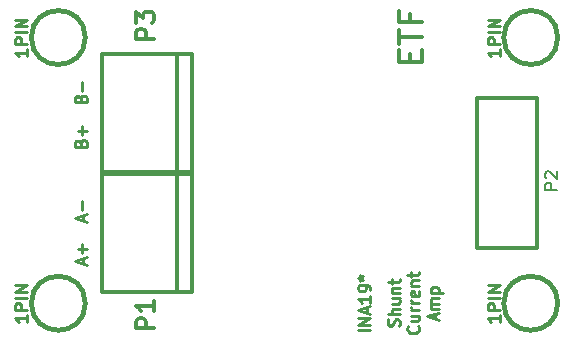
<source format=gto>
G04 (created by PCBNEW (2013-mar-13)-testing) date Thu 04 Apr 2013 07:07:45 PM CEST*
%MOIN*%
G04 Gerber Fmt 3.4, Leading zero omitted, Abs format*
%FSLAX34Y34*%
G01*
G70*
G90*
G04 APERTURE LIST*
%ADD10C,0.006*%
%ADD11C,0.011811*%
%ADD12C,0.00984252*%
%ADD13C,0.012*%
%ADD14C,0.015*%
%ADD15C,0.008*%
%ADD16C,0.01*%
%ADD17R,0.06X0.06*%
%ADD18C,0.06*%
%ADD19R,0.1X0.1*%
%ADD20C,0.1*%
%ADD21C,0.16*%
G04 APERTURE END LIST*
G54D10*
G54D11*
X46953Y-44900D02*
X46953Y-44638D01*
X47365Y-44525D02*
X47365Y-44900D01*
X46578Y-44900D01*
X46578Y-44525D01*
X46578Y-44300D02*
X46578Y-43850D01*
X47365Y-44075D02*
X46578Y-44075D01*
X46953Y-43325D02*
X46953Y-43588D01*
X47365Y-43588D02*
X46578Y-43588D01*
X46578Y-43213D01*
G54D12*
X35976Y-47609D02*
X35995Y-47553D01*
X36014Y-47534D01*
X36051Y-47515D01*
X36107Y-47515D01*
X36145Y-47534D01*
X36164Y-47553D01*
X36182Y-47590D01*
X36182Y-47740D01*
X35789Y-47740D01*
X35789Y-47609D01*
X35808Y-47572D01*
X35826Y-47553D01*
X35864Y-47534D01*
X35901Y-47534D01*
X35939Y-47553D01*
X35958Y-47572D01*
X35976Y-47609D01*
X35976Y-47740D01*
X36032Y-47347D02*
X36032Y-47047D01*
X36182Y-47197D02*
X35883Y-47197D01*
X35976Y-46128D02*
X35995Y-46072D01*
X36014Y-46053D01*
X36051Y-46034D01*
X36107Y-46034D01*
X36145Y-46053D01*
X36164Y-46072D01*
X36182Y-46109D01*
X36182Y-46259D01*
X35789Y-46259D01*
X35789Y-46128D01*
X35808Y-46091D01*
X35826Y-46072D01*
X35864Y-46053D01*
X35901Y-46053D01*
X35939Y-46072D01*
X35958Y-46091D01*
X35976Y-46128D01*
X35976Y-46259D01*
X36032Y-45866D02*
X36032Y-45566D01*
X36070Y-51640D02*
X36070Y-51452D01*
X36182Y-51677D02*
X35789Y-51546D01*
X36182Y-51415D01*
X36032Y-51284D02*
X36032Y-50984D01*
X36182Y-51134D02*
X35883Y-51134D01*
X36070Y-50215D02*
X36070Y-50028D01*
X36182Y-50253D02*
X35789Y-50121D01*
X36182Y-49990D01*
X36032Y-49859D02*
X36032Y-49559D01*
X46597Y-53712D02*
X46616Y-53655D01*
X46616Y-53562D01*
X46597Y-53524D01*
X46578Y-53505D01*
X46541Y-53487D01*
X46503Y-53487D01*
X46466Y-53505D01*
X46447Y-53524D01*
X46428Y-53562D01*
X46409Y-53637D01*
X46391Y-53674D01*
X46372Y-53693D01*
X46334Y-53712D01*
X46297Y-53712D01*
X46259Y-53693D01*
X46241Y-53674D01*
X46222Y-53637D01*
X46222Y-53543D01*
X46241Y-53487D01*
X46616Y-53318D02*
X46222Y-53318D01*
X46616Y-53149D02*
X46409Y-53149D01*
X46372Y-53168D01*
X46353Y-53205D01*
X46353Y-53262D01*
X46372Y-53299D01*
X46391Y-53318D01*
X46353Y-52793D02*
X46616Y-52793D01*
X46353Y-52962D02*
X46559Y-52962D01*
X46597Y-52943D01*
X46616Y-52905D01*
X46616Y-52849D01*
X46597Y-52812D01*
X46578Y-52793D01*
X46353Y-52605D02*
X46616Y-52605D01*
X46391Y-52605D02*
X46372Y-52587D01*
X46353Y-52549D01*
X46353Y-52493D01*
X46372Y-52455D01*
X46409Y-52437D01*
X46616Y-52437D01*
X46353Y-52305D02*
X46353Y-52155D01*
X46222Y-52249D02*
X46559Y-52249D01*
X46597Y-52230D01*
X46616Y-52193D01*
X46616Y-52155D01*
X47228Y-53712D02*
X47246Y-53730D01*
X47265Y-53787D01*
X47265Y-53824D01*
X47246Y-53880D01*
X47209Y-53918D01*
X47171Y-53937D01*
X47096Y-53955D01*
X47040Y-53955D01*
X46965Y-53937D01*
X46928Y-53918D01*
X46890Y-53880D01*
X46871Y-53824D01*
X46871Y-53787D01*
X46890Y-53730D01*
X46909Y-53712D01*
X47003Y-53374D02*
X47265Y-53374D01*
X47003Y-53543D02*
X47209Y-53543D01*
X47246Y-53524D01*
X47265Y-53487D01*
X47265Y-53430D01*
X47246Y-53393D01*
X47228Y-53374D01*
X47265Y-53187D02*
X47003Y-53187D01*
X47078Y-53187D02*
X47040Y-53168D01*
X47021Y-53149D01*
X47003Y-53112D01*
X47003Y-53074D01*
X47265Y-52943D02*
X47003Y-52943D01*
X47078Y-52943D02*
X47040Y-52924D01*
X47021Y-52905D01*
X47003Y-52868D01*
X47003Y-52830D01*
X47246Y-52549D02*
X47265Y-52587D01*
X47265Y-52662D01*
X47246Y-52699D01*
X47209Y-52718D01*
X47059Y-52718D01*
X47021Y-52699D01*
X47003Y-52662D01*
X47003Y-52587D01*
X47021Y-52549D01*
X47059Y-52530D01*
X47096Y-52530D01*
X47134Y-52718D01*
X47003Y-52362D02*
X47265Y-52362D01*
X47040Y-52362D02*
X47021Y-52343D01*
X47003Y-52305D01*
X47003Y-52249D01*
X47021Y-52212D01*
X47059Y-52193D01*
X47265Y-52193D01*
X47003Y-52062D02*
X47003Y-51912D01*
X46871Y-52005D02*
X47209Y-52005D01*
X47246Y-51987D01*
X47265Y-51949D01*
X47265Y-51912D01*
X47802Y-53487D02*
X47802Y-53299D01*
X47915Y-53524D02*
X47521Y-53393D01*
X47915Y-53262D01*
X47915Y-53130D02*
X47652Y-53130D01*
X47690Y-53130D02*
X47671Y-53112D01*
X47652Y-53074D01*
X47652Y-53018D01*
X47671Y-52980D01*
X47709Y-52962D01*
X47915Y-52962D01*
X47709Y-52962D02*
X47671Y-52943D01*
X47652Y-52905D01*
X47652Y-52849D01*
X47671Y-52812D01*
X47709Y-52793D01*
X47915Y-52793D01*
X47652Y-52605D02*
X48046Y-52605D01*
X47671Y-52605D02*
X47652Y-52568D01*
X47652Y-52493D01*
X47671Y-52455D01*
X47690Y-52437D01*
X47727Y-52418D01*
X47840Y-52418D01*
X47877Y-52437D01*
X47896Y-52455D01*
X47915Y-52493D01*
X47915Y-52568D01*
X47896Y-52605D01*
X45631Y-53852D02*
X45238Y-53852D01*
X45631Y-53665D02*
X45238Y-53665D01*
X45631Y-53440D01*
X45238Y-53440D01*
X45519Y-53271D02*
X45519Y-53083D01*
X45631Y-53308D02*
X45238Y-53177D01*
X45631Y-53046D01*
X45631Y-52709D02*
X45631Y-52934D01*
X45631Y-52821D02*
X45238Y-52821D01*
X45294Y-52859D01*
X45331Y-52896D01*
X45350Y-52934D01*
X45631Y-52521D02*
X45631Y-52446D01*
X45613Y-52409D01*
X45594Y-52390D01*
X45538Y-52352D01*
X45463Y-52334D01*
X45313Y-52334D01*
X45275Y-52352D01*
X45256Y-52371D01*
X45238Y-52409D01*
X45238Y-52484D01*
X45256Y-52521D01*
X45275Y-52540D01*
X45313Y-52559D01*
X45406Y-52559D01*
X45444Y-52540D01*
X45463Y-52521D01*
X45481Y-52484D01*
X45481Y-52409D01*
X45463Y-52371D01*
X45444Y-52352D01*
X45406Y-52334D01*
X45238Y-52109D02*
X45331Y-52109D01*
X45294Y-52202D02*
X45331Y-52109D01*
X45294Y-52015D01*
X45406Y-52165D02*
X45331Y-52109D01*
X45406Y-52052D01*
G54D13*
X51196Y-46122D02*
X51196Y-51122D01*
X51196Y-51122D02*
X49196Y-51122D01*
X49196Y-51122D02*
X49196Y-46122D01*
X49196Y-46122D02*
X51196Y-46122D01*
X39188Y-48590D02*
X39188Y-52590D01*
X39688Y-48590D02*
X36688Y-48590D01*
X36688Y-48590D02*
X36688Y-52590D01*
X36688Y-52590D02*
X39688Y-52590D01*
X39688Y-52590D02*
X39688Y-48590D01*
X39188Y-44653D02*
X39188Y-48653D01*
X39688Y-44653D02*
X36688Y-44653D01*
X36688Y-44653D02*
X36688Y-48653D01*
X36688Y-48653D02*
X39688Y-48653D01*
X39688Y-48653D02*
X39688Y-44653D01*
G54D14*
X36136Y-52952D02*
G75*
G03X36136Y-52952I-900J0D01*
G74*
G01*
X51884Y-52952D02*
G75*
G03X51884Y-52952I-900J0D01*
G74*
G01*
X36136Y-44094D02*
G75*
G03X36136Y-44094I-900J0D01*
G74*
G01*
X51884Y-44094D02*
G75*
G03X51884Y-44094I-900J0D01*
G74*
G01*
G54D15*
X51858Y-49167D02*
X51458Y-49167D01*
X51458Y-49014D01*
X51477Y-48976D01*
X51496Y-48957D01*
X51534Y-48938D01*
X51592Y-48938D01*
X51630Y-48957D01*
X51649Y-48976D01*
X51668Y-49014D01*
X51668Y-49167D01*
X51496Y-48786D02*
X51477Y-48767D01*
X51458Y-48729D01*
X51458Y-48633D01*
X51477Y-48595D01*
X51496Y-48576D01*
X51534Y-48557D01*
X51573Y-48557D01*
X51630Y-48576D01*
X51858Y-48805D01*
X51858Y-48557D01*
G54D13*
X38431Y-53789D02*
X37831Y-53789D01*
X37831Y-53560D01*
X37860Y-53503D01*
X37888Y-53475D01*
X37946Y-53446D01*
X38031Y-53446D01*
X38088Y-53475D01*
X38117Y-53503D01*
X38146Y-53560D01*
X38146Y-53789D01*
X38431Y-52875D02*
X38431Y-53217D01*
X38431Y-53046D02*
X37831Y-53046D01*
X37917Y-53103D01*
X37974Y-53160D01*
X38003Y-53217D01*
X38431Y-44143D02*
X37831Y-44143D01*
X37831Y-43915D01*
X37860Y-43857D01*
X37888Y-43829D01*
X37946Y-43800D01*
X38031Y-43800D01*
X38088Y-43829D01*
X38117Y-43857D01*
X38146Y-43915D01*
X38146Y-44143D01*
X37831Y-43600D02*
X37831Y-43229D01*
X38060Y-43429D01*
X38060Y-43343D01*
X38088Y-43286D01*
X38117Y-43257D01*
X38174Y-43229D01*
X38317Y-43229D01*
X38374Y-43257D01*
X38403Y-43286D01*
X38431Y-43343D01*
X38431Y-43515D01*
X38403Y-43572D01*
X38374Y-43600D01*
G54D16*
X34198Y-53343D02*
X34198Y-53571D01*
X34198Y-53457D02*
X33798Y-53457D01*
X33855Y-53495D01*
X33893Y-53533D01*
X33912Y-53571D01*
X34198Y-53171D02*
X33798Y-53171D01*
X33798Y-53019D01*
X33817Y-52981D01*
X33836Y-52962D01*
X33874Y-52943D01*
X33931Y-52943D01*
X33969Y-52962D01*
X33988Y-52981D01*
X34007Y-53019D01*
X34007Y-53171D01*
X34198Y-52771D02*
X33798Y-52771D01*
X34198Y-52581D02*
X33798Y-52581D01*
X34198Y-52352D01*
X33798Y-52352D01*
X49946Y-53343D02*
X49946Y-53571D01*
X49946Y-53457D02*
X49546Y-53457D01*
X49603Y-53495D01*
X49641Y-53533D01*
X49660Y-53571D01*
X49946Y-53171D02*
X49546Y-53171D01*
X49546Y-53019D01*
X49565Y-52981D01*
X49584Y-52962D01*
X49622Y-52943D01*
X49679Y-52943D01*
X49717Y-52962D01*
X49736Y-52981D01*
X49755Y-53019D01*
X49755Y-53171D01*
X49946Y-52771D02*
X49546Y-52771D01*
X49946Y-52581D02*
X49546Y-52581D01*
X49946Y-52352D01*
X49546Y-52352D01*
X34198Y-44484D02*
X34198Y-44713D01*
X34198Y-44599D02*
X33798Y-44599D01*
X33855Y-44637D01*
X33893Y-44675D01*
X33912Y-44713D01*
X34198Y-44313D02*
X33798Y-44313D01*
X33798Y-44161D01*
X33817Y-44123D01*
X33836Y-44104D01*
X33874Y-44084D01*
X33931Y-44084D01*
X33969Y-44104D01*
X33988Y-44123D01*
X34007Y-44161D01*
X34007Y-44313D01*
X34198Y-43913D02*
X33798Y-43913D01*
X34198Y-43723D02*
X33798Y-43723D01*
X34198Y-43494D01*
X33798Y-43494D01*
X49946Y-44484D02*
X49946Y-44713D01*
X49946Y-44599D02*
X49546Y-44599D01*
X49603Y-44637D01*
X49641Y-44675D01*
X49660Y-44713D01*
X49946Y-44313D02*
X49546Y-44313D01*
X49546Y-44161D01*
X49565Y-44123D01*
X49584Y-44104D01*
X49622Y-44084D01*
X49679Y-44084D01*
X49717Y-44104D01*
X49736Y-44123D01*
X49755Y-44161D01*
X49755Y-44313D01*
X49946Y-43913D02*
X49546Y-43913D01*
X49946Y-43723D02*
X49546Y-43723D01*
X49946Y-43494D01*
X49546Y-43494D01*
%LPC*%
G54D17*
X49696Y-46622D03*
G54D18*
X50696Y-46622D03*
X49696Y-47622D03*
X50696Y-47622D03*
X49696Y-48622D03*
X50696Y-48622D03*
X49696Y-49622D03*
X50696Y-49622D03*
X49696Y-50622D03*
X50696Y-50622D03*
G54D19*
X38188Y-51590D03*
G54D20*
X38188Y-49590D03*
G54D19*
X38188Y-47653D03*
G54D20*
X38188Y-45653D03*
G54D21*
X35236Y-52952D03*
X50984Y-52952D03*
X35236Y-44094D03*
X50984Y-44094D03*
M02*

</source>
